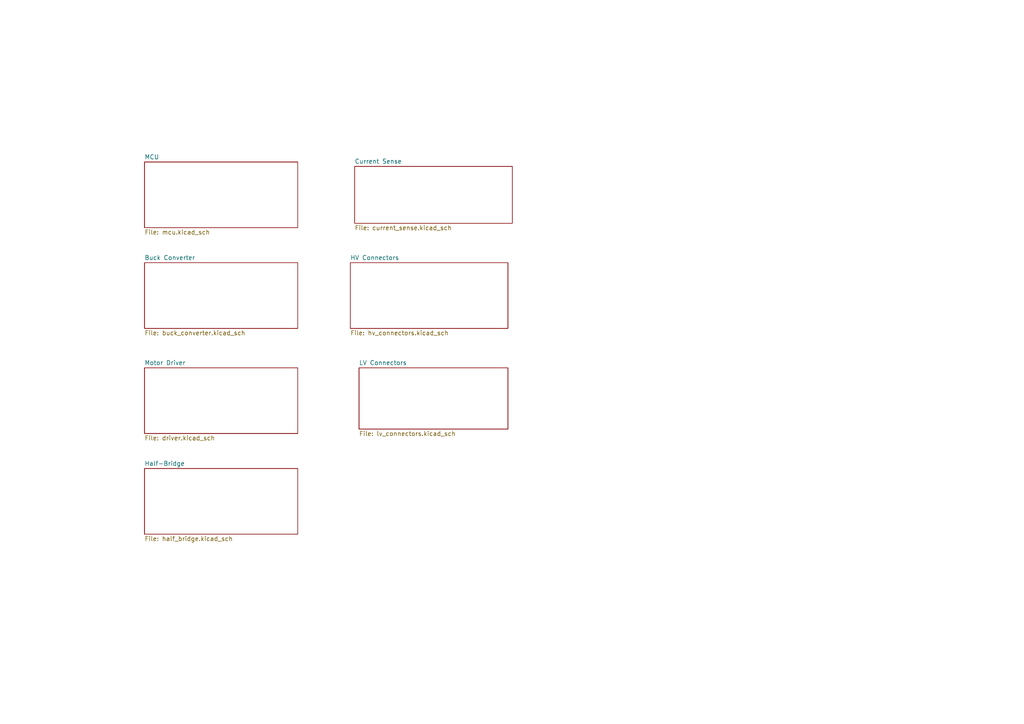
<source format=kicad_sch>
(kicad_sch
	(version 20231120)
	(generator "eeschema")
	(generator_version "8.0")
	(uuid "41fc9dda-036a-436a-a0dc-f59c6d1950bc")
	(paper "A4")
	(lib_symbols)
	(sheet
		(at 41.91 76.2)
		(size 44.45 19.05)
		(fields_autoplaced yes)
		(stroke
			(width 0.1524)
			(type solid)
		)
		(fill
			(color 0 0 0 0.0000)
		)
		(uuid "27b7c0d3-849c-428c-8f84-8c8272280c16")
		(property "Sheetname" "Buck Converter"
			(at 41.91 75.4884 0)
			(effects
				(font
					(size 1.27 1.27)
				)
				(justify left bottom)
			)
		)
		(property "Sheetfile" "buck_converter.kicad_sch"
			(at 41.91 95.8346 0)
			(effects
				(font
					(size 1.27 1.27)
				)
				(justify left top)
			)
		)
		(instances
			(project "electrex-esc-pcb"
				(path "/41fc9dda-036a-436a-a0dc-f59c6d1950bc"
					(page "3")
				)
			)
		)
	)
	(sheet
		(at 101.6 76.2)
		(size 45.72 19.05)
		(fields_autoplaced yes)
		(stroke
			(width 0.1524)
			(type solid)
		)
		(fill
			(color 0 0 0 0.0000)
		)
		(uuid "27db10c3-da37-40d1-8d51-4b685e8c0dd1")
		(property "Sheetname" "HV Connectors"
			(at 101.6 75.4884 0)
			(effects
				(font
					(size 1.27 1.27)
				)
				(justify left bottom)
			)
		)
		(property "Sheetfile" "hv_connectors.kicad_sch"
			(at 101.6 95.8346 0)
			(effects
				(font
					(size 1.27 1.27)
				)
				(justify left top)
			)
		)
		(instances
			(project "electrex-esc-pcb"
				(path "/41fc9dda-036a-436a-a0dc-f59c6d1950bc"
					(page "7")
				)
			)
		)
	)
	(sheet
		(at 41.91 46.99)
		(size 44.45 19.05)
		(fields_autoplaced yes)
		(stroke
			(width 0.1524)
			(type solid)
		)
		(fill
			(color 0 0 0 0.0000)
		)
		(uuid "785155a8-d679-4d09-bcc1-06431e75980e")
		(property "Sheetname" "MCU"
			(at 41.91 46.2784 0)
			(effects
				(font
					(size 1.27 1.27)
				)
				(justify left bottom)
			)
		)
		(property "Sheetfile" "mcu.kicad_sch"
			(at 41.91 66.6246 0)
			(effects
				(font
					(size 1.27 1.27)
				)
				(justify left top)
			)
		)
		(instances
			(project "electrex-esc-pcb"
				(path "/41fc9dda-036a-436a-a0dc-f59c6d1950bc"
					(page "2")
				)
			)
		)
	)
	(sheet
		(at 41.91 106.68)
		(size 44.45 19.05)
		(fields_autoplaced yes)
		(stroke
			(width 0.1524)
			(type solid)
		)
		(fill
			(color 0 0 0 0.0000)
		)
		(uuid "79e10378-c28d-4d38-821c-bce023bef807")
		(property "Sheetname" "Motor Driver"
			(at 41.91 105.9684 0)
			(effects
				(font
					(size 1.27 1.27)
				)
				(justify left bottom)
			)
		)
		(property "Sheetfile" "driver.kicad_sch"
			(at 41.91 126.3146 0)
			(effects
				(font
					(size 1.27 1.27)
				)
				(justify left top)
			)
		)
		(instances
			(project "electrex-esc-pcb"
				(path "/41fc9dda-036a-436a-a0dc-f59c6d1950bc"
					(page "4")
				)
			)
		)
	)
	(sheet
		(at 104.14 106.68)
		(size 43.18 17.78)
		(fields_autoplaced yes)
		(stroke
			(width 0.1524)
			(type solid)
		)
		(fill
			(color 0 0 0 0.0000)
		)
		(uuid "97c1d188-f963-41c9-8429-eb8583c74e73")
		(property "Sheetname" "LV Connectors"
			(at 104.14 105.9684 0)
			(effects
				(font
					(size 1.27 1.27)
				)
				(justify left bottom)
			)
		)
		(property "Sheetfile" "lv_connectors.kicad_sch"
			(at 104.14 125.0446 0)
			(effects
				(font
					(size 1.27 1.27)
				)
				(justify left top)
			)
		)
		(instances
			(project "electrex-esc-pcb"
				(path "/41fc9dda-036a-436a-a0dc-f59c6d1950bc"
					(page "8")
				)
			)
		)
	)
	(sheet
		(at 102.87 48.26)
		(size 45.72 16.51)
		(fields_autoplaced yes)
		(stroke
			(width 0.1524)
			(type solid)
		)
		(fill
			(color 0 0 0 0.0000)
		)
		(uuid "9dea58ee-15a0-4545-988c-48706be06561")
		(property "Sheetname" "Current Sense"
			(at 102.87 47.5484 0)
			(effects
				(font
					(size 1.27 1.27)
				)
				(justify left bottom)
			)
		)
		(property "Sheetfile" "current_sense.kicad_sch"
			(at 102.87 65.3546 0)
			(effects
				(font
					(size 1.27 1.27)
				)
				(justify left top)
			)
		)
		(instances
			(project "electrex-esc-pcb"
				(path "/41fc9dda-036a-436a-a0dc-f59c6d1950bc"
					(page "6")
				)
			)
		)
	)
	(sheet
		(at 41.91 135.89)
		(size 44.45 19.05)
		(fields_autoplaced yes)
		(stroke
			(width 0.1524)
			(type solid)
		)
		(fill
			(color 0 0 0 0.0000)
		)
		(uuid "d312347a-5e89-48b1-a30d-e24a30678597")
		(property "Sheetname" "Half-Bridge"
			(at 41.91 135.1784 0)
			(effects
				(font
					(size 1.27 1.27)
				)
				(justify left bottom)
			)
		)
		(property "Sheetfile" "half_bridge.kicad_sch"
			(at 41.91 155.5246 0)
			(effects
				(font
					(size 1.27 1.27)
				)
				(justify left top)
			)
		)
		(instances
			(project "electrex-esc-pcb"
				(path "/41fc9dda-036a-436a-a0dc-f59c6d1950bc"
					(page "5")
				)
			)
		)
	)
	(sheet_instances
		(path "/"
			(page "1")
		)
	)
)

</source>
